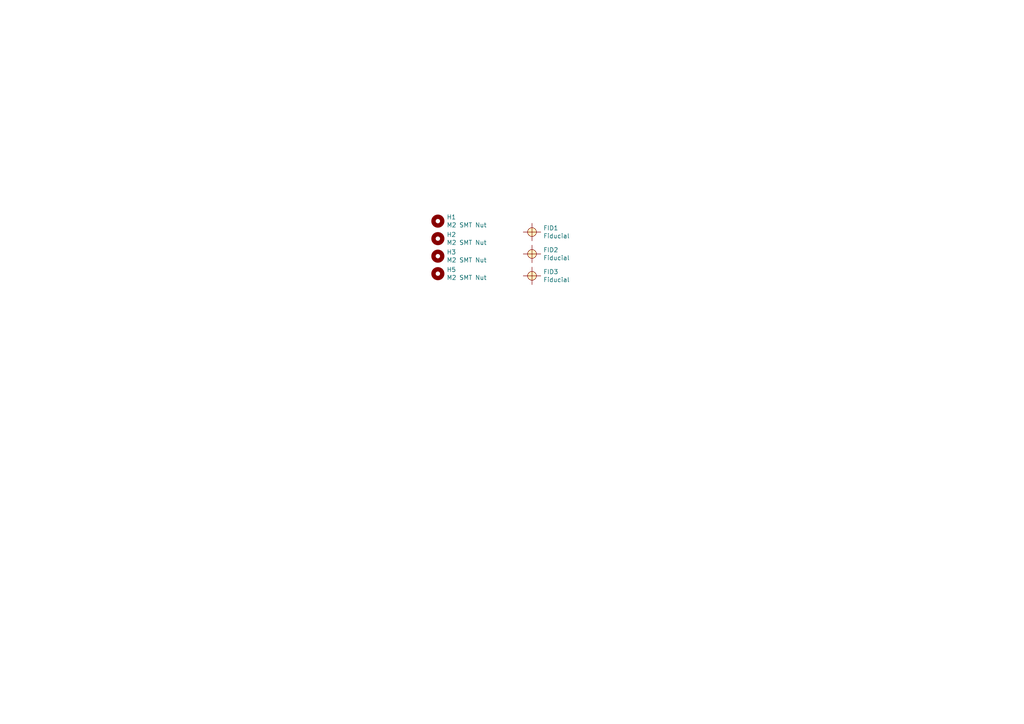
<source format=kicad_sch>
(kicad_sch (version 20211123) (generator eeschema)
  (paper "A4")
  (lib_symbols
    (symbol "Mechanical:MountingHole" (pin_names (offset 1.016))
      (property "Reference" "H" (at 0 5.08 0))
      (property "Value" "MountingHole" (at 0 3.175 0))
      (symbol "MountingHole_0_1"
        (circle (center 0 0) (radius 1.27) (stroke (width 1.27)))
      )
    )
    (symbol "MyLibrary:Fiducial" (pin_names (offset 1.016))
      (property "Reference" "FID" (at 0 -3.81 0))
      (property "Value" "MyLibrary_Fiducial" (at 0 3.81 0))
      (symbol "Fiducial_0_1"
        (polyline (pts (xy -2.54 0) (xy 2.54 0)))
        (polyline (pts (xy 0 -2.54) (xy 0 2.54)))
        (circle (center 0 0) (radius 1.27) (fill (type background)))
      )
    )
  )
  (symbol (lib_id "Mechanical:MountingHole") (at 127 64.135 0) (unit 1)
    (property "Reference" "H1" (at 129.54 62.9666 0) (effects (justify left)))
    (property "Value" "M2 SMT Nut" (at 129.54 65.278 0) (effects (justify left)))
    (property "Footprint" "MyFootprints:SMTSO-M2-3ET" (effects hide))
    (property "Mfg. Name" "PEM" (effects hide))
    (property "Mfg. Part No." "SMTSO-M2-3ET " (effects hide))
  )
  (symbol (lib_id "Mechanical:MountingHole") (at 127 69.215 0) (unit 1)
    (property "Reference" "H2" (at 129.54 68.0466 0) (effects (justify left)))
    (property "Value" "M2 SMT Nut" (at 129.54 70.358 0) (effects (justify left)))
    (property "Footprint" "MyFootprints:SMTSO-M2-3ET" (effects hide))
    (property "Mfg. Name" "PEM" (effects hide))
    (property "Mfg. Part No." "SMTSO-M2-3ET " (effects hide))
  )
  (symbol (lib_id "Mechanical:MountingHole") (at 127 74.295 0) (unit 1)
    (property "Reference" "H3" (at 129.54 73.1266 0) (effects (justify left)))
    (property "Value" "M2 SMT Nut" (at 129.54 75.438 0) (effects (justify left)))
    (property "Footprint" "MyFootprints:SMTSO-M2-3ET" (effects hide))
    (property "Mfg. Name" "PEM" (effects hide))
    (property "Mfg. Part No." "SMTSO-M2-3ET " (effects hide))
  )
  (symbol (lib_id "Mechanical:MountingHole") (at 127 79.375 0) (unit 1)
    (property "Reference" "H5" (at 129.54 78.2066 0) (effects (justify left)))
    (property "Value" "M2 SMT Nut" (at 129.54 80.518 0) (effects (justify left)))
    (property "Footprint" "MyFootprints:SMTSO-M2-3ET" (effects hide))
    (property "Mfg. Name" "PEM" (effects hide))
    (property "Mfg. Part No." "SMTSO-M2-3ET " (effects hide))
  )
  (symbol (lib_id "MyLibrary:Fiducial") (at 154.305 67.31 0) (unit 1) (in_bom no)
    (property "Reference" "FID1" (at 157.5562 66.1416 0) (effects (justify left)))
    (property "Value" "Fiducial" (at 157.5562 68.453 0) (effects (justify left)))
    (property "Footprint" "Fiducial:Fiducial_0.75mm_Dia_1.5mm_Outer" (effects hide))
  )
  (symbol (lib_id "MyLibrary:Fiducial") (at 154.305 73.66 0) (unit 1) (in_bom no)
    (property "Reference" "FID2" (at 157.5562 72.4916 0) (effects (justify left)))
    (property "Value" "Fiducial" (at 157.5562 74.803 0) (effects (justify left)))
    (property "Footprint" "Fiducial:Fiducial_0.75mm_Dia_1.5mm_Outer" (effects hide))
  )
  (symbol (lib_id "MyLibrary:Fiducial") (at 154.305 80.01 0) (unit 1) (in_bom no)
    (property "Reference" "FID3" (at 157.5562 78.8416 0) (effects (justify left)))
    (property "Value" "Fiducial" (at 157.5562 81.153 0) (effects (justify left)))
    (property "Footprint" "Fiducial:Fiducial_0.75mm_Dia_1.5mm_Outer" (effects hide))
  )
)
</source>
